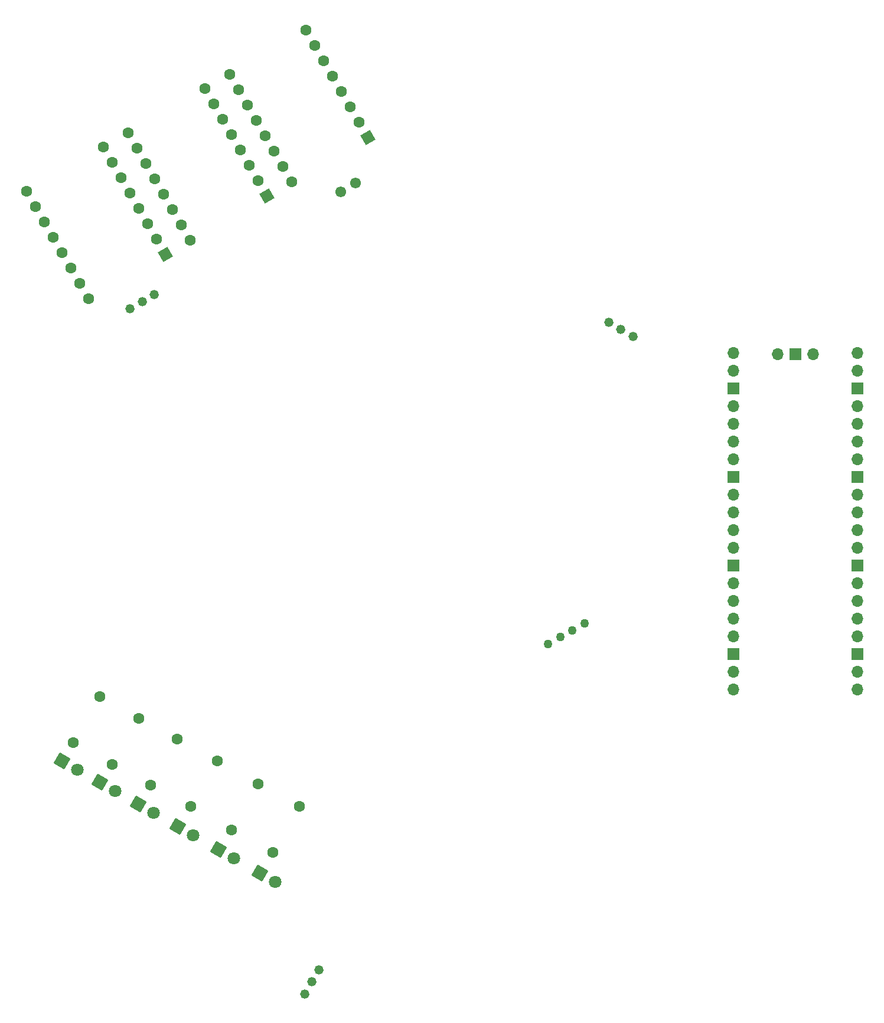
<source format=gbr>
%TF.GenerationSoftware,KiCad,Pcbnew,7.0.11-7.0.11~ubuntu22.04.1*%
%TF.CreationDate,2024-08-26T12:19:36+02:00*%
%TF.ProjectId,MotorDriver-Elec,4d6f746f-7244-4726-9976-65722d456c65,rev?*%
%TF.SameCoordinates,Original*%
%TF.FileFunction,Soldermask,Bot*%
%TF.FilePolarity,Negative*%
%FSLAX46Y46*%
G04 Gerber Fmt 4.6, Leading zero omitted, Abs format (unit mm)*
G04 Created by KiCad (PCBNEW 7.0.11-7.0.11~ubuntu22.04.1) date 2024-08-26 12:19:36*
%MOMM*%
%LPD*%
G01*
G04 APERTURE LIST*
G04 Aperture macros list*
%AMHorizOval*
0 Thick line with rounded ends*
0 $1 width*
0 $2 $3 position (X,Y) of the first rounded end (center of the circle)*
0 $4 $5 position (X,Y) of the second rounded end (center of the circle)*
0 Add line between two ends*
20,1,$1,$2,$3,$4,$5,0*
0 Add two circle primitives to create the rounded ends*
1,1,$1,$2,$3*
1,1,$1,$4,$5*%
%AMRotRect*
0 Rectangle, with rotation*
0 The origin of the aperture is its center*
0 $1 length*
0 $2 width*
0 $3 Rotation angle, in degrees counterclockwise*
0 Add horizontal line*
21,1,$1,$2,0,0,$3*%
G04 Aperture macros list end*
%ADD10C,1.549400*%
%ADD11C,1.270000*%
%ADD12O,1.700000X1.700000*%
%ADD13R,1.700000X1.700000*%
%ADD14C,1.320800*%
%ADD15RotRect,1.800000X1.800000X330.000000*%
%ADD16C,1.800000*%
%ADD17RotRect,1.600000X1.600000X210.000000*%
%ADD18HorizOval,1.600000X0.000000X0.000000X0.000000X0.000000X0*%
%ADD19C,1.600000*%
%ADD20HorizOval,1.600000X0.000000X0.000000X0.000000X0.000000X0*%
G04 APERTURE END LIST*
D10*
%TO.C,Vmot1*%
X74065064Y-47285000D03*
X71900000Y-48535000D03*
%TD*%
D11*
%TO.C,PAA5160E1*%
X101655875Y-113396868D03*
X103387925Y-112396868D03*
X105119977Y-111396868D03*
X106852026Y-110396869D03*
%TD*%
D12*
%TO.C,U1*%
X145990000Y-119865000D03*
X145990000Y-117325000D03*
D13*
X145990000Y-114785000D03*
D12*
X145990000Y-112245000D03*
X145990000Y-109705000D03*
X145990000Y-107165000D03*
X145990000Y-104625000D03*
D13*
X145990000Y-102085000D03*
D12*
X145990000Y-99545000D03*
X145990000Y-97005000D03*
X145990000Y-94465000D03*
X145990000Y-91925000D03*
D13*
X145990000Y-89385000D03*
D12*
X145990000Y-86845000D03*
X145990000Y-84305000D03*
X145990000Y-81765000D03*
X145990000Y-79225000D03*
D13*
X145990000Y-76685000D03*
D12*
X145990000Y-74145000D03*
X145990000Y-71605000D03*
X128210000Y-71605000D03*
X128210000Y-74145000D03*
D13*
X128210000Y-76685000D03*
D12*
X128210000Y-79225000D03*
X128210000Y-81765000D03*
X128210000Y-84305000D03*
X128210000Y-86845000D03*
D13*
X128210000Y-89385000D03*
D12*
X128210000Y-91925000D03*
X128210000Y-94465000D03*
X128210000Y-97005000D03*
X128210000Y-99545000D03*
D13*
X128210000Y-102085000D03*
D12*
X128210000Y-104625000D03*
X128210000Y-107165000D03*
X128210000Y-109705000D03*
X128210000Y-112245000D03*
D13*
X128210000Y-114785000D03*
D12*
X128210000Y-117325000D03*
X128210000Y-119865000D03*
X139640000Y-71835000D03*
D13*
X137100000Y-71835000D03*
D12*
X134560000Y-71835000D03*
%TD*%
D14*
%TO.C,Limit_switch_3*%
X110317949Y-67238064D03*
X112050001Y-68238064D03*
X113782051Y-69238064D03*
%TD*%
D15*
%TO.C,Switch31*%
X48529969Y-139528479D03*
D16*
X50729674Y-140798479D03*
%TD*%
D17*
%TO.C,A1*%
X46765000Y-57507932D03*
D18*
X45495000Y-55308227D03*
X44225000Y-53108523D03*
X42955000Y-50908818D03*
X41685000Y-48709114D03*
X40415000Y-46509409D03*
X39145000Y-44309705D03*
X37875000Y-42110000D03*
X26876477Y-48460000D03*
X28146477Y-50659705D03*
X29416477Y-52859409D03*
X30686477Y-55059114D03*
X31956477Y-57258818D03*
X33226477Y-59458523D03*
X34496477Y-61658227D03*
X35766477Y-63857932D03*
%TD*%
D19*
%TO.C,R1*%
X60090000Y-133440000D03*
D20*
X56280000Y-140039114D03*
%TD*%
D17*
%TO.C,A3*%
X75840000Y-40707932D03*
D18*
X74570000Y-38508227D03*
X73300000Y-36308523D03*
X72030000Y-34108818D03*
X70760000Y-31909114D03*
X69490000Y-29709409D03*
X68220000Y-27509705D03*
X66950000Y-25310000D03*
X55951477Y-31660000D03*
X57221477Y-33859705D03*
X58491477Y-36059409D03*
X59761477Y-38259114D03*
X61031477Y-40458818D03*
X62301477Y-42658523D03*
X63571477Y-44858227D03*
X64841477Y-47057932D03*
%TD*%
D20*
%TO.C,R2*%
X62204998Y-143249558D03*
D19*
X66014998Y-136650444D03*
%TD*%
D17*
%TO.C,A2*%
X61308523Y-49112932D03*
D18*
X60038523Y-46913227D03*
X58768523Y-44713523D03*
X57498523Y-42513818D03*
X56228523Y-40314114D03*
X54958523Y-38114409D03*
X53688523Y-35914705D03*
X52418523Y-33715000D03*
X41420000Y-40065000D03*
X42690000Y-42264705D03*
X43960000Y-44464409D03*
X45230000Y-46664114D03*
X46500000Y-48863818D03*
X47770000Y-51063523D03*
X49040000Y-53263227D03*
X50310000Y-55462932D03*
%TD*%
D19*
%TO.C,R4*%
X54190000Y-130110000D03*
D20*
X50380000Y-136709114D03*
%TD*%
D15*
%TO.C,Switch22*%
X54379969Y-142868479D03*
D16*
X56579674Y-144138479D03*
%TD*%
D14*
%TO.C,Limit_switch_1*%
X41697948Y-65285001D03*
X43430000Y-64285000D03*
X45162050Y-63285001D03*
%TD*%
D19*
%TO.C,R6*%
X42920000Y-124060000D03*
D20*
X39110000Y-130659114D03*
%TD*%
D15*
%TO.C,Switch12*%
X31939969Y-130188479D03*
D16*
X34139674Y-131458479D03*
%TD*%
D19*
%TO.C,R3*%
X48475000Y-126990444D03*
D20*
X44665000Y-133589558D03*
%TD*%
D14*
%TO.C,Limit_switch_2*%
X68746936Y-160122949D03*
X67746935Y-161855001D03*
X66746936Y-163587051D03*
%TD*%
D15*
%TO.C,Switch21*%
X60269969Y-146228479D03*
D16*
X62469674Y-147498479D03*
%TD*%
D15*
%TO.C,Switch32*%
X42880295Y-136360000D03*
D16*
X45080000Y-137630000D03*
%TD*%
D15*
%TO.C,Switch11*%
X37349969Y-133218479D03*
D16*
X39549674Y-134488479D03*
%TD*%
D19*
%TO.C,R5*%
X37400000Y-120960000D03*
D20*
X33590000Y-127559114D03*
%TD*%
M02*

</source>
